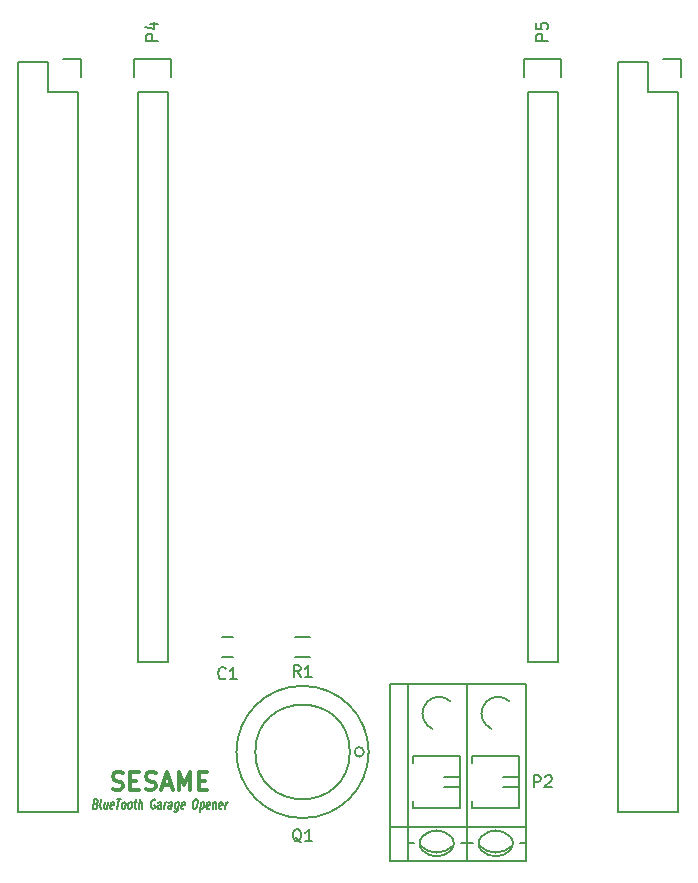
<source format=gto>
G04 #@! TF.FileFunction,Legend,Top*
%FSLAX46Y46*%
G04 Gerber Fmt 4.6, Leading zero omitted, Abs format (unit mm)*
G04 Created by KiCad (PCBNEW (2015-01-16 BZR 5376)-product) date 5/29/2015 7:58:35 PM*
%MOMM*%
G01*
G04 APERTURE LIST*
%ADD10C,0.100000*%
%ADD11C,0.150000*%
%ADD12C,0.300000*%
G04 APERTURE END LIST*
D10*
D11*
X63806071Y-98367857D02*
X63887023Y-98405952D01*
X63910833Y-98444048D01*
X63929880Y-98520238D01*
X63915595Y-98634524D01*
X63877500Y-98710714D01*
X63844166Y-98748810D01*
X63782262Y-98786905D01*
X63553690Y-98786905D01*
X63653690Y-97986905D01*
X63853690Y-97986905D01*
X63906071Y-98025000D01*
X63929880Y-98063095D01*
X63948928Y-98139286D01*
X63939405Y-98215476D01*
X63901309Y-98291667D01*
X63867976Y-98329762D01*
X63806071Y-98367857D01*
X63606071Y-98367857D01*
X64239404Y-98786905D02*
X64187024Y-98748810D01*
X64167976Y-98672619D01*
X64253690Y-97986905D01*
X64791786Y-98253571D02*
X64725119Y-98786905D01*
X64534643Y-98253571D02*
X64482262Y-98672619D01*
X64501310Y-98748810D01*
X64553690Y-98786905D01*
X64639405Y-98786905D01*
X64701310Y-98748810D01*
X64734643Y-98710714D01*
X65244167Y-98748810D02*
X65182262Y-98786905D01*
X65067976Y-98786905D01*
X65015595Y-98748810D01*
X64996548Y-98672619D01*
X65034643Y-98367857D01*
X65072738Y-98291667D01*
X65134643Y-98253571D01*
X65248929Y-98253571D01*
X65301310Y-98291667D01*
X65320357Y-98367857D01*
X65310833Y-98444048D01*
X65015595Y-98520238D01*
X65539405Y-97986905D02*
X65882262Y-97986905D01*
X65610833Y-98786905D02*
X65710833Y-97986905D01*
X66067976Y-98786905D02*
X66015596Y-98748810D01*
X65991786Y-98710714D01*
X65972739Y-98634524D01*
X66001310Y-98405952D01*
X66039405Y-98329762D01*
X66072739Y-98291667D01*
X66134643Y-98253571D01*
X66220358Y-98253571D01*
X66272739Y-98291667D01*
X66296548Y-98329762D01*
X66315595Y-98405952D01*
X66287024Y-98634524D01*
X66248929Y-98710714D01*
X66215596Y-98748810D01*
X66153691Y-98786905D01*
X66067976Y-98786905D01*
X66610833Y-98786905D02*
X66558453Y-98748810D01*
X66534643Y-98710714D01*
X66515596Y-98634524D01*
X66544167Y-98405952D01*
X66582262Y-98329762D01*
X66615596Y-98291667D01*
X66677500Y-98253571D01*
X66763215Y-98253571D01*
X66815596Y-98291667D01*
X66839405Y-98329762D01*
X66858452Y-98405952D01*
X66829881Y-98634524D01*
X66791786Y-98710714D01*
X66758453Y-98748810D01*
X66696548Y-98786905D01*
X66610833Y-98786905D01*
X67048929Y-98253571D02*
X67277500Y-98253571D01*
X67167976Y-97986905D02*
X67082262Y-98672619D01*
X67101310Y-98748810D01*
X67153690Y-98786905D01*
X67210833Y-98786905D01*
X67410833Y-98786905D02*
X67510833Y-97986905D01*
X67667976Y-98786905D02*
X67720357Y-98367857D01*
X67701310Y-98291667D01*
X67648929Y-98253571D01*
X67563214Y-98253571D01*
X67501310Y-98291667D01*
X67467976Y-98329762D01*
X68820357Y-98025000D02*
X68767976Y-97986905D01*
X68682262Y-97986905D01*
X68591785Y-98025000D01*
X68525119Y-98101190D01*
X68487023Y-98177381D01*
X68439405Y-98329762D01*
X68425119Y-98444048D01*
X68434642Y-98596429D01*
X68453691Y-98672619D01*
X68501309Y-98748810D01*
X68582262Y-98786905D01*
X68639405Y-98786905D01*
X68729881Y-98748810D01*
X68763214Y-98710714D01*
X68796547Y-98444048D01*
X68682262Y-98444048D01*
X69267976Y-98786905D02*
X69320357Y-98367857D01*
X69301310Y-98291667D01*
X69248929Y-98253571D01*
X69134643Y-98253571D01*
X69072738Y-98291667D01*
X69272738Y-98748810D02*
X69210833Y-98786905D01*
X69067976Y-98786905D01*
X69015595Y-98748810D01*
X68996548Y-98672619D01*
X69006071Y-98596429D01*
X69044166Y-98520238D01*
X69106071Y-98482143D01*
X69248928Y-98482143D01*
X69310833Y-98444048D01*
X69553690Y-98786905D02*
X69620357Y-98253571D01*
X69601309Y-98405952D02*
X69639405Y-98329762D01*
X69672738Y-98291667D01*
X69734643Y-98253571D01*
X69791786Y-98253571D01*
X70182262Y-98786905D02*
X70234643Y-98367857D01*
X70215596Y-98291667D01*
X70163215Y-98253571D01*
X70048929Y-98253571D01*
X69987024Y-98291667D01*
X70187024Y-98748810D02*
X70125119Y-98786905D01*
X69982262Y-98786905D01*
X69929881Y-98748810D01*
X69910834Y-98672619D01*
X69920357Y-98596429D01*
X69958452Y-98520238D01*
X70020357Y-98482143D01*
X70163214Y-98482143D01*
X70225119Y-98444048D01*
X70791786Y-98253571D02*
X70710833Y-98901190D01*
X70672738Y-98977381D01*
X70639404Y-99015476D01*
X70577500Y-99053571D01*
X70491786Y-99053571D01*
X70439404Y-99015476D01*
X70729881Y-98748810D02*
X70667976Y-98786905D01*
X70553690Y-98786905D01*
X70501310Y-98748810D01*
X70477500Y-98710714D01*
X70458453Y-98634524D01*
X70487024Y-98405952D01*
X70525119Y-98329762D01*
X70558453Y-98291667D01*
X70620357Y-98253571D01*
X70734643Y-98253571D01*
X70787024Y-98291667D01*
X71244167Y-98748810D02*
X71182262Y-98786905D01*
X71067976Y-98786905D01*
X71015595Y-98748810D01*
X70996548Y-98672619D01*
X71034643Y-98367857D01*
X71072738Y-98291667D01*
X71134643Y-98253571D01*
X71248929Y-98253571D01*
X71301310Y-98291667D01*
X71320357Y-98367857D01*
X71310833Y-98444048D01*
X71015595Y-98520238D01*
X72196548Y-97986905D02*
X72310834Y-97986905D01*
X72363214Y-98025000D01*
X72410833Y-98101190D01*
X72420358Y-98253571D01*
X72387024Y-98520238D01*
X72339405Y-98672619D01*
X72272738Y-98748810D01*
X72210834Y-98786905D01*
X72096548Y-98786905D01*
X72044167Y-98748810D01*
X71996548Y-98672619D01*
X71987024Y-98520238D01*
X72020358Y-98253571D01*
X72067976Y-98101190D01*
X72134643Y-98025000D01*
X72196548Y-97986905D01*
X72677500Y-98253571D02*
X72577500Y-99053571D01*
X72672738Y-98291667D02*
X72734643Y-98253571D01*
X72848929Y-98253571D01*
X72901310Y-98291667D01*
X72925119Y-98329762D01*
X72944166Y-98405952D01*
X72915595Y-98634524D01*
X72877500Y-98710714D01*
X72844167Y-98748810D01*
X72782262Y-98786905D01*
X72667976Y-98786905D01*
X72615595Y-98748810D01*
X73387024Y-98748810D02*
X73325119Y-98786905D01*
X73210833Y-98786905D01*
X73158452Y-98748810D01*
X73139405Y-98672619D01*
X73177500Y-98367857D01*
X73215595Y-98291667D01*
X73277500Y-98253571D01*
X73391786Y-98253571D01*
X73444167Y-98291667D01*
X73463214Y-98367857D01*
X73453690Y-98444048D01*
X73158452Y-98520238D01*
X73734643Y-98253571D02*
X73667976Y-98786905D01*
X73725119Y-98329762D02*
X73758453Y-98291667D01*
X73820357Y-98253571D01*
X73906072Y-98253571D01*
X73958453Y-98291667D01*
X73977500Y-98367857D01*
X73925119Y-98786905D01*
X74444167Y-98748810D02*
X74382262Y-98786905D01*
X74267976Y-98786905D01*
X74215595Y-98748810D01*
X74196548Y-98672619D01*
X74234643Y-98367857D01*
X74272738Y-98291667D01*
X74334643Y-98253571D01*
X74448929Y-98253571D01*
X74501310Y-98291667D01*
X74520357Y-98367857D01*
X74510833Y-98444048D01*
X74215595Y-98520238D01*
X74725119Y-98786905D02*
X74791786Y-98253571D01*
X74772738Y-98405952D02*
X74810834Y-98329762D01*
X74844167Y-98291667D01*
X74906072Y-98253571D01*
X74963215Y-98253571D01*
D12*
X65215000Y-97127143D02*
X65429286Y-97198571D01*
X65786429Y-97198571D01*
X65929286Y-97127143D01*
X66000715Y-97055714D01*
X66072143Y-96912857D01*
X66072143Y-96770000D01*
X66000715Y-96627143D01*
X65929286Y-96555714D01*
X65786429Y-96484286D01*
X65500715Y-96412857D01*
X65357857Y-96341429D01*
X65286429Y-96270000D01*
X65215000Y-96127143D01*
X65215000Y-95984286D01*
X65286429Y-95841429D01*
X65357857Y-95770000D01*
X65500715Y-95698571D01*
X65857857Y-95698571D01*
X66072143Y-95770000D01*
X66715000Y-96412857D02*
X67215000Y-96412857D01*
X67429286Y-97198571D02*
X66715000Y-97198571D01*
X66715000Y-95698571D01*
X67429286Y-95698571D01*
X68000714Y-97127143D02*
X68215000Y-97198571D01*
X68572143Y-97198571D01*
X68715000Y-97127143D01*
X68786429Y-97055714D01*
X68857857Y-96912857D01*
X68857857Y-96770000D01*
X68786429Y-96627143D01*
X68715000Y-96555714D01*
X68572143Y-96484286D01*
X68286429Y-96412857D01*
X68143571Y-96341429D01*
X68072143Y-96270000D01*
X68000714Y-96127143D01*
X68000714Y-95984286D01*
X68072143Y-95841429D01*
X68143571Y-95770000D01*
X68286429Y-95698571D01*
X68643571Y-95698571D01*
X68857857Y-95770000D01*
X69429285Y-96770000D02*
X70143571Y-96770000D01*
X69286428Y-97198571D02*
X69786428Y-95698571D01*
X70286428Y-97198571D01*
X70786428Y-97198571D02*
X70786428Y-95698571D01*
X71286428Y-96770000D01*
X71786428Y-95698571D01*
X71786428Y-97198571D01*
X72500714Y-96412857D02*
X73000714Y-96412857D01*
X73215000Y-97198571D02*
X72500714Y-97198571D01*
X72500714Y-95698571D01*
X73215000Y-95698571D01*
D11*
X75430000Y-84240000D02*
X74430000Y-84240000D01*
X74430000Y-85940000D02*
X75430000Y-85940000D01*
X113030000Y-38100000D02*
X113030000Y-99060000D01*
X107950000Y-99060000D02*
X107950000Y-35560000D01*
X107950000Y-99060000D02*
X113030000Y-99060000D01*
X107950000Y-35560000D02*
X110490000Y-35560000D01*
X113310000Y-36830000D02*
X113310000Y-35280000D01*
X110490000Y-35560000D02*
X110490000Y-38100000D01*
X110490000Y-38100000D02*
X113030000Y-38100000D01*
X113310000Y-35280000D02*
X111760000Y-35280000D01*
X95190000Y-100320000D02*
X100190000Y-100320000D01*
X100189040Y-88219280D02*
X95190320Y-88219280D01*
X100189040Y-103220520D02*
X95190320Y-103220520D01*
X100189040Y-88219280D02*
X100189040Y-103220520D01*
X95190320Y-101719380D02*
X95690700Y-101719380D01*
X100189040Y-101719380D02*
X99691200Y-101719380D01*
X95639900Y-98719640D02*
X95639900Y-98120200D01*
X99640400Y-98719640D02*
X95639900Y-98719640D01*
X99640400Y-94320360D02*
X99640400Y-98719640D01*
X95639900Y-94320360D02*
X99640400Y-94320360D01*
X95639900Y-94320360D02*
X95639900Y-94919800D01*
X99640400Y-96121220D02*
X98240860Y-96121220D01*
X99640400Y-96918780D02*
X98240860Y-96918780D01*
X98840300Y-89720420D02*
G75*
G03X96838780Y-89720420I-1000760J-1000760D01*
G01*
X96841320Y-89720420D02*
G75*
G03X96838780Y-91719400I998220J-1000760D01*
G01*
X98837760Y-101122480D02*
G75*
G03X96440000Y-101122480I-1198880J-1198880D01*
G01*
X96440000Y-102321360D02*
G75*
G03X98840300Y-102318820I1198880J1201420D01*
G01*
X96440000Y-101119940D02*
G75*
G03X96440000Y-102318820I599440J-599440D01*
G01*
X98840300Y-102321360D02*
G75*
G03X98842840Y-101119940I-599440J601980D01*
G01*
X96239340Y-101922580D02*
G75*
G03X99040960Y-101920040I1399540J1402080D01*
G01*
X96541600Y-90172540D02*
G75*
G03X97290900Y-92019120I1297940J-548640D01*
G01*
X95190000Y-100320000D02*
X88690000Y-100320000D01*
X90190000Y-103220000D02*
X88690000Y-103220000D01*
X88690000Y-103220000D02*
X88690000Y-88220000D01*
X88690000Y-88220000D02*
X90190000Y-88220000D01*
X91541600Y-90172540D02*
G75*
G03X92290900Y-92019120I1297940J-548640D01*
G01*
X91239340Y-101922580D02*
G75*
G03X94040960Y-101920040I1399540J1402080D01*
G01*
X93840300Y-102321360D02*
G75*
G03X93842840Y-101119940I-599440J601980D01*
G01*
X91440000Y-101119940D02*
G75*
G03X91440000Y-102318820I599440J-599440D01*
G01*
X91440000Y-102321360D02*
G75*
G03X93840300Y-102318820I1198880J1201420D01*
G01*
X93837760Y-101122480D02*
G75*
G03X91440000Y-101122480I-1198880J-1198880D01*
G01*
X91841320Y-89720420D02*
G75*
G03X91838780Y-91719400I998220J-1000760D01*
G01*
X93840300Y-89720420D02*
G75*
G03X91838780Y-89720420I-1000760J-1000760D01*
G01*
X94640400Y-96918780D02*
X93240860Y-96918780D01*
X94640400Y-96121220D02*
X93240860Y-96121220D01*
X90639900Y-94320360D02*
X90639900Y-94919800D01*
X90639900Y-94320360D02*
X94640400Y-94320360D01*
X94640400Y-94320360D02*
X94640400Y-98719640D01*
X94640400Y-98719640D02*
X90639900Y-98719640D01*
X90639900Y-98719640D02*
X90639900Y-98120200D01*
X95189040Y-101719380D02*
X94691200Y-101719380D01*
X90190320Y-101719380D02*
X90690700Y-101719380D01*
X95189040Y-88219280D02*
X95189040Y-103220520D01*
X95189040Y-103220520D02*
X90190320Y-103220520D01*
X90190320Y-103220520D02*
X90190320Y-88219280D01*
X95189040Y-88219280D02*
X90190320Y-88219280D01*
X62230000Y-38100000D02*
X62230000Y-99060000D01*
X57150000Y-99060000D02*
X57150000Y-35560000D01*
X57150000Y-99060000D02*
X62230000Y-99060000D01*
X57150000Y-35560000D02*
X59690000Y-35560000D01*
X62510000Y-36830000D02*
X62510000Y-35280000D01*
X59690000Y-35560000D02*
X59690000Y-38100000D01*
X59690000Y-38100000D02*
X62230000Y-38100000D01*
X62510000Y-35280000D02*
X60960000Y-35280000D01*
X67310000Y-38100000D02*
X67310000Y-86360000D01*
X67310000Y-86360000D02*
X69850000Y-86360000D01*
X69850000Y-86360000D02*
X69850000Y-38100000D01*
X67030000Y-35280000D02*
X67030000Y-36830000D01*
X67310000Y-38100000D02*
X69850000Y-38100000D01*
X70130000Y-36830000D02*
X70130000Y-35280000D01*
X70130000Y-35280000D02*
X67030000Y-35280000D01*
X100330000Y-38100000D02*
X100330000Y-86360000D01*
X100330000Y-86360000D02*
X102870000Y-86360000D01*
X102870000Y-86360000D02*
X102870000Y-38100000D01*
X100050000Y-35280000D02*
X100050000Y-36830000D01*
X100330000Y-38100000D02*
X102870000Y-38100000D01*
X103150000Y-36830000D02*
X103150000Y-35280000D01*
X103150000Y-35280000D02*
X100050000Y-35280000D01*
X86480000Y-93980000D02*
G75*
G03X86480000Y-93980000I-400000J0D01*
G01*
X85280000Y-93980000D02*
G75*
G03X85280000Y-93980000I-4000000J0D01*
G01*
X86880000Y-93980000D02*
G75*
G03X86880000Y-93980000I-5600000J0D01*
G01*
X80680000Y-84215000D02*
X81880000Y-84215000D01*
X81880000Y-85965000D02*
X80680000Y-85965000D01*
X74763334Y-87733143D02*
X74715715Y-87780762D01*
X74572858Y-87828381D01*
X74477620Y-87828381D01*
X74334762Y-87780762D01*
X74239524Y-87685524D01*
X74191905Y-87590286D01*
X74144286Y-87399810D01*
X74144286Y-87256952D01*
X74191905Y-87066476D01*
X74239524Y-86971238D01*
X74334762Y-86876000D01*
X74477620Y-86828381D01*
X74572858Y-86828381D01*
X74715715Y-86876000D01*
X74763334Y-86923619D01*
X75715715Y-87828381D02*
X75144286Y-87828381D01*
X75430000Y-87828381D02*
X75430000Y-86828381D01*
X75334762Y-86971238D01*
X75239524Y-87066476D01*
X75144286Y-87114095D01*
X100861905Y-96972381D02*
X100861905Y-95972381D01*
X101242858Y-95972381D01*
X101338096Y-96020000D01*
X101385715Y-96067619D01*
X101433334Y-96162857D01*
X101433334Y-96305714D01*
X101385715Y-96400952D01*
X101338096Y-96448571D01*
X101242858Y-96496190D01*
X100861905Y-96496190D01*
X101814286Y-96067619D02*
X101861905Y-96020000D01*
X101957143Y-95972381D01*
X102195239Y-95972381D01*
X102290477Y-96020000D01*
X102338096Y-96067619D01*
X102385715Y-96162857D01*
X102385715Y-96258095D01*
X102338096Y-96400952D01*
X101766667Y-96972381D01*
X102385715Y-96972381D01*
X69032381Y-33758095D02*
X68032381Y-33758095D01*
X68032381Y-33377142D01*
X68080000Y-33281904D01*
X68127619Y-33234285D01*
X68222857Y-33186666D01*
X68365714Y-33186666D01*
X68460952Y-33234285D01*
X68508571Y-33281904D01*
X68556190Y-33377142D01*
X68556190Y-33758095D01*
X68365714Y-32329523D02*
X69032381Y-32329523D01*
X67984762Y-32567619D02*
X68699048Y-32805714D01*
X68699048Y-32186666D01*
X102052381Y-33758095D02*
X101052381Y-33758095D01*
X101052381Y-33377142D01*
X101100000Y-33281904D01*
X101147619Y-33234285D01*
X101242857Y-33186666D01*
X101385714Y-33186666D01*
X101480952Y-33234285D01*
X101528571Y-33281904D01*
X101576190Y-33377142D01*
X101576190Y-33758095D01*
X101052381Y-32281904D02*
X101052381Y-32758095D01*
X101528571Y-32805714D01*
X101480952Y-32758095D01*
X101433333Y-32662857D01*
X101433333Y-32424761D01*
X101480952Y-32329523D01*
X101528571Y-32281904D01*
X101623810Y-32234285D01*
X101861905Y-32234285D01*
X101957143Y-32281904D01*
X102004762Y-32329523D01*
X102052381Y-32424761D01*
X102052381Y-32662857D01*
X102004762Y-32758095D01*
X101957143Y-32805714D01*
X81184762Y-101627619D02*
X81089524Y-101580000D01*
X80994286Y-101484762D01*
X80851429Y-101341905D01*
X80756190Y-101294286D01*
X80660952Y-101294286D01*
X80708571Y-101532381D02*
X80613333Y-101484762D01*
X80518095Y-101389524D01*
X80470476Y-101199048D01*
X80470476Y-100865714D01*
X80518095Y-100675238D01*
X80613333Y-100580000D01*
X80708571Y-100532381D01*
X80899048Y-100532381D01*
X80994286Y-100580000D01*
X81089524Y-100675238D01*
X81137143Y-100865714D01*
X81137143Y-101199048D01*
X81089524Y-101389524D01*
X80994286Y-101484762D01*
X80899048Y-101532381D01*
X80708571Y-101532381D01*
X82089524Y-101532381D02*
X81518095Y-101532381D01*
X81803809Y-101532381D02*
X81803809Y-100532381D01*
X81708571Y-100675238D01*
X81613333Y-100770476D01*
X81518095Y-100818095D01*
X81113334Y-87642381D02*
X80780000Y-87166190D01*
X80541905Y-87642381D02*
X80541905Y-86642381D01*
X80922858Y-86642381D01*
X81018096Y-86690000D01*
X81065715Y-86737619D01*
X81113334Y-86832857D01*
X81113334Y-86975714D01*
X81065715Y-87070952D01*
X81018096Y-87118571D01*
X80922858Y-87166190D01*
X80541905Y-87166190D01*
X82065715Y-87642381D02*
X81494286Y-87642381D01*
X81780000Y-87642381D02*
X81780000Y-86642381D01*
X81684762Y-86785238D01*
X81589524Y-86880476D01*
X81494286Y-86928095D01*
M02*

</source>
